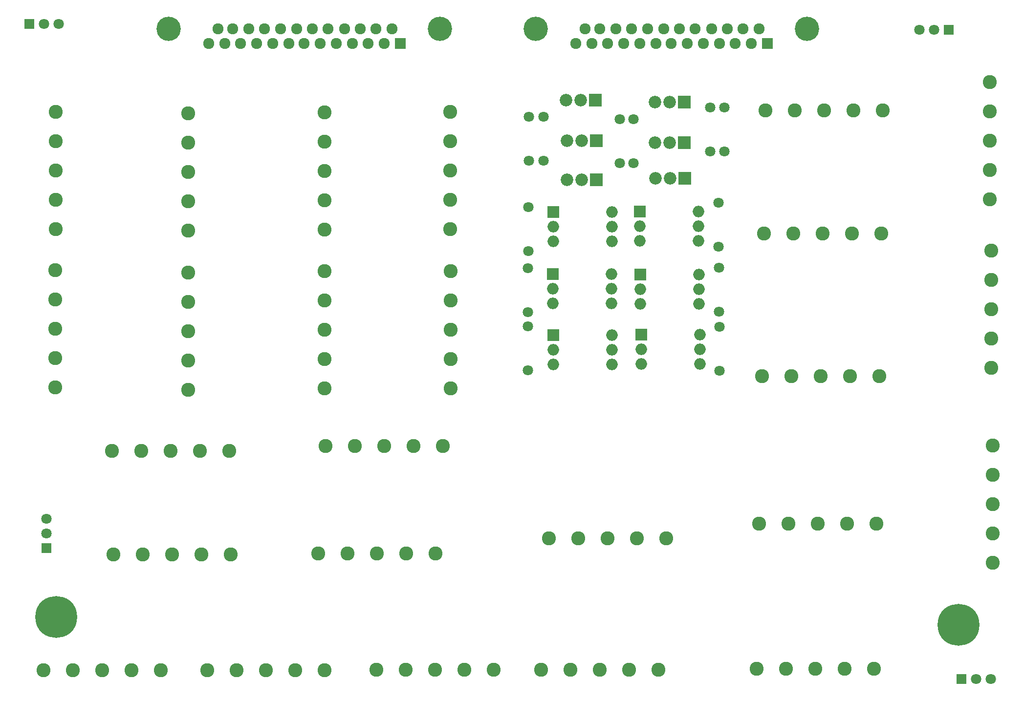
<source format=gbs>
G04 #@! TF.FileFunction,Soldermask,Bot*
%FSLAX46Y46*%
G04 Gerber Fmt 4.6, Leading zero omitted, Abs format (unit mm)*
G04 Created by KiCad (PCBNEW 4.0.7) date 11/10/17 07:17:47*
%MOMM*%
%LPD*%
G01*
G04 APERTURE LIST*
%ADD10C,0.100000*%
%ADD11C,2.432000*%
%ADD12R,1.797000X1.797000*%
%ADD13C,1.797000*%
%ADD14C,4.210000*%
%ADD15C,1.924000*%
%ADD16R,1.924000X1.924000*%
%ADD17R,2.000000X2.000000*%
%ADD18O,2.000000X2.000000*%
%ADD19R,2.178000X2.178000*%
%ADD20C,2.178000*%
%ADD21C,7.258000*%
G04 APERTURE END LIST*
D10*
D11*
X188825000Y-99925600D03*
X188825000Y-105005600D03*
X188825000Y-110085600D03*
X188825000Y-115165600D03*
X188825000Y-120245600D03*
X264640320Y-118163780D03*
X269720320Y-118163780D03*
X274800320Y-118163780D03*
X279880320Y-118163780D03*
X284960320Y-118163780D03*
X304114200Y-87457280D03*
X304114200Y-82377280D03*
X304114200Y-77297280D03*
X304114200Y-72217280D03*
X304114200Y-67137280D03*
X265199220Y-72088400D03*
X270279220Y-72088400D03*
X275359220Y-72088400D03*
X280439220Y-72088400D03*
X285519220Y-72088400D03*
X304370740Y-116718080D03*
X304370740Y-111638080D03*
X304370740Y-106558080D03*
X304370740Y-101478080D03*
X304370740Y-96398080D03*
D12*
X296951400Y-58059320D03*
D13*
X294411400Y-58059320D03*
X291871400Y-58059320D03*
D11*
X264949580Y-93441760D03*
X270029580Y-93441760D03*
X275109580Y-93441760D03*
X280189580Y-93441760D03*
X285269580Y-93441760D03*
D14*
X272381980Y-57945020D03*
X225391980Y-57945020D03*
D15*
X232376980Y-60485020D03*
X235170980Y-60485020D03*
X237837980Y-60485020D03*
X240631980Y-60485020D03*
X243425980Y-60485020D03*
X246219980Y-60485020D03*
X248886980Y-60485020D03*
X251680980Y-60485020D03*
X254474980Y-60485020D03*
X257268980Y-60485020D03*
X259935980Y-60485020D03*
X262729980Y-60485020D03*
D16*
X265523980Y-60485020D03*
D15*
X233951780Y-57945020D03*
X236491780Y-57945020D03*
X239285780Y-57945020D03*
X242028980Y-57945020D03*
X244772180Y-57945020D03*
X247566180Y-57945020D03*
X250309380Y-57945020D03*
X253052580Y-57945020D03*
X255897380Y-57945020D03*
X258589780Y-57945020D03*
X261332980Y-57945020D03*
X264126980Y-57945020D03*
D11*
X263728900Y-168838660D03*
X268808900Y-168838660D03*
X273888900Y-168838660D03*
X278968900Y-168838660D03*
X284048900Y-168838660D03*
X304555740Y-150495800D03*
X304555740Y-145415800D03*
X304555740Y-140335800D03*
X304555740Y-135255800D03*
X304555740Y-130175800D03*
X264104800Y-143671720D03*
X269184800Y-143671720D03*
X274264800Y-143671720D03*
X279344800Y-143671720D03*
X284424800Y-143671720D03*
D12*
X299150000Y-170640000D03*
D13*
X301690000Y-170640000D03*
X304230000Y-170640000D03*
D11*
X246672780Y-169018400D03*
X241592780Y-169018400D03*
X236512780Y-169018400D03*
X231432780Y-169018400D03*
X226352780Y-169018400D03*
X227744420Y-146258920D03*
X232824420Y-146258920D03*
X237904420Y-146258920D03*
X242984420Y-146258920D03*
X248064420Y-146258920D03*
D14*
X208805780Y-57919620D03*
X161815780Y-57919620D03*
D15*
X168800780Y-60459620D03*
X171594780Y-60459620D03*
X174261780Y-60459620D03*
X177055780Y-60459620D03*
X179849780Y-60459620D03*
X182643780Y-60459620D03*
X185310780Y-60459620D03*
X188104780Y-60459620D03*
X190898780Y-60459620D03*
X193692780Y-60459620D03*
X196359780Y-60459620D03*
X199153780Y-60459620D03*
D16*
X201947780Y-60459620D03*
D15*
X170375580Y-57919620D03*
X172915580Y-57919620D03*
X175709580Y-57919620D03*
X178452780Y-57919620D03*
X181195980Y-57919620D03*
X183989980Y-57919620D03*
X186733180Y-57919620D03*
X189476380Y-57919620D03*
X192321180Y-57919620D03*
X195013580Y-57919620D03*
X197756780Y-57919620D03*
X200550780Y-57919620D03*
D11*
X142297100Y-72327840D03*
X142297100Y-77407840D03*
X142297100Y-82487840D03*
X142297100Y-87567840D03*
X142297100Y-92647840D03*
X165228220Y-72617060D03*
X165228220Y-77697060D03*
X165228220Y-82777060D03*
X165228220Y-87857060D03*
X165228220Y-92937060D03*
X210647140Y-72282960D03*
X210647140Y-77362960D03*
X210647140Y-82442960D03*
X210647140Y-87522960D03*
X210647140Y-92602960D03*
X188825000Y-72437720D03*
X188825000Y-77517720D03*
X188825000Y-82597720D03*
X188825000Y-87677720D03*
X188825000Y-92757720D03*
D12*
X137750000Y-57060000D03*
D13*
X140290000Y-57060000D03*
X142830000Y-57060000D03*
D11*
X172573240Y-149052720D03*
X167493240Y-149052720D03*
X162413240Y-149052720D03*
X157333240Y-149052720D03*
X152253240Y-149052720D03*
X160489000Y-169102540D03*
X155409000Y-169102540D03*
X150329000Y-169102540D03*
X145249000Y-169102540D03*
X140169000Y-169102540D03*
X188848100Y-169089840D03*
X183768100Y-169089840D03*
X178688100Y-169089840D03*
X173608100Y-169089840D03*
X168528100Y-169089840D03*
X218171440Y-169033640D03*
X213091440Y-169033640D03*
X208011440Y-169033640D03*
X202931440Y-169033640D03*
X197851440Y-169033640D03*
X209313280Y-130278280D03*
X204233280Y-130278280D03*
X199153280Y-130278280D03*
X194073280Y-130278280D03*
X188993280Y-130278280D03*
X172351520Y-131101640D03*
X167271520Y-131101640D03*
X162191520Y-131101640D03*
X157111520Y-131101640D03*
X152031520Y-131101640D03*
X208098480Y-148898600D03*
X203018480Y-148898600D03*
X197938480Y-148898600D03*
X192858480Y-148898600D03*
X187778480Y-148898600D03*
D12*
X140640000Y-147920000D03*
D13*
X140640000Y-145380000D03*
X140640000Y-142840000D03*
D11*
X142187880Y-99792860D03*
X142187880Y-104872860D03*
X142187880Y-109952860D03*
X142187880Y-115032860D03*
X142187880Y-120112860D03*
X165228220Y-100183680D03*
X165228220Y-105263680D03*
X165228220Y-110343680D03*
X165228220Y-115423680D03*
X165228220Y-120503680D03*
X210690320Y-99948640D03*
X210690320Y-105028640D03*
X210690320Y-110108640D03*
X210690320Y-115188640D03*
X210690320Y-120268640D03*
D13*
X224240000Y-73150000D03*
X224240000Y-80770000D03*
X226760000Y-73150000D03*
X226760000Y-80770000D03*
X239980000Y-73580000D03*
X239980000Y-81200000D03*
X242370000Y-73570000D03*
X242370000Y-81190000D03*
X258120000Y-71550000D03*
X258120000Y-79170000D03*
X255660000Y-71580000D03*
X255660000Y-79200000D03*
D17*
X228450000Y-89720000D03*
D18*
X238610000Y-94800000D03*
X228450000Y-92260000D03*
X238610000Y-92260000D03*
X228450000Y-94800000D03*
X238610000Y-89720000D03*
D17*
X243430000Y-89580000D03*
D18*
X253590000Y-94660000D03*
X243430000Y-92120000D03*
X253590000Y-92120000D03*
X243430000Y-94660000D03*
X253590000Y-89580000D03*
D17*
X228360000Y-100430000D03*
D18*
X238520000Y-105510000D03*
X228360000Y-102970000D03*
X238520000Y-102970000D03*
X228360000Y-105510000D03*
X238520000Y-100430000D03*
D17*
X243500000Y-100520000D03*
D18*
X253660000Y-105600000D03*
X243500000Y-103060000D03*
X253660000Y-103060000D03*
X243500000Y-105600000D03*
X253660000Y-100520000D03*
D17*
X228460000Y-110990000D03*
D18*
X238620000Y-116070000D03*
X228460000Y-113530000D03*
X238620000Y-113530000D03*
X228460000Y-116070000D03*
X238620000Y-110990000D03*
D17*
X243750000Y-110890000D03*
D18*
X253910000Y-115970000D03*
X243750000Y-113430000D03*
X253910000Y-113430000D03*
X243750000Y-115970000D03*
X253910000Y-110890000D03*
D19*
X235760000Y-70260000D03*
D20*
X230680000Y-70260000D03*
X233220000Y-70260000D03*
D19*
X251230000Y-83800000D03*
D20*
X246150000Y-83800000D03*
X248690000Y-83800000D03*
D19*
X235940000Y-84080000D03*
D20*
X230860000Y-84080000D03*
X233400000Y-84080000D03*
D19*
X251130000Y-70590000D03*
D20*
X246050000Y-70590000D03*
X248590000Y-70590000D03*
D19*
X251170000Y-77670000D03*
D20*
X246090000Y-77670000D03*
X248630000Y-77670000D03*
D19*
X235930000Y-77340000D03*
D20*
X230850000Y-77340000D03*
X233390000Y-77340000D03*
D21*
X142380000Y-159870000D03*
X298640500Y-161216340D03*
D13*
X224130000Y-96480000D03*
X224130000Y-88860000D03*
X257130000Y-88050000D03*
X257130000Y-95670000D03*
X224060000Y-107010000D03*
X224060000Y-99390000D03*
X257210000Y-99330000D03*
X257210000Y-106950000D03*
X224090000Y-117120000D03*
X224090000Y-109500000D03*
X257240000Y-109590000D03*
X257240000Y-117210000D03*
M02*

</source>
